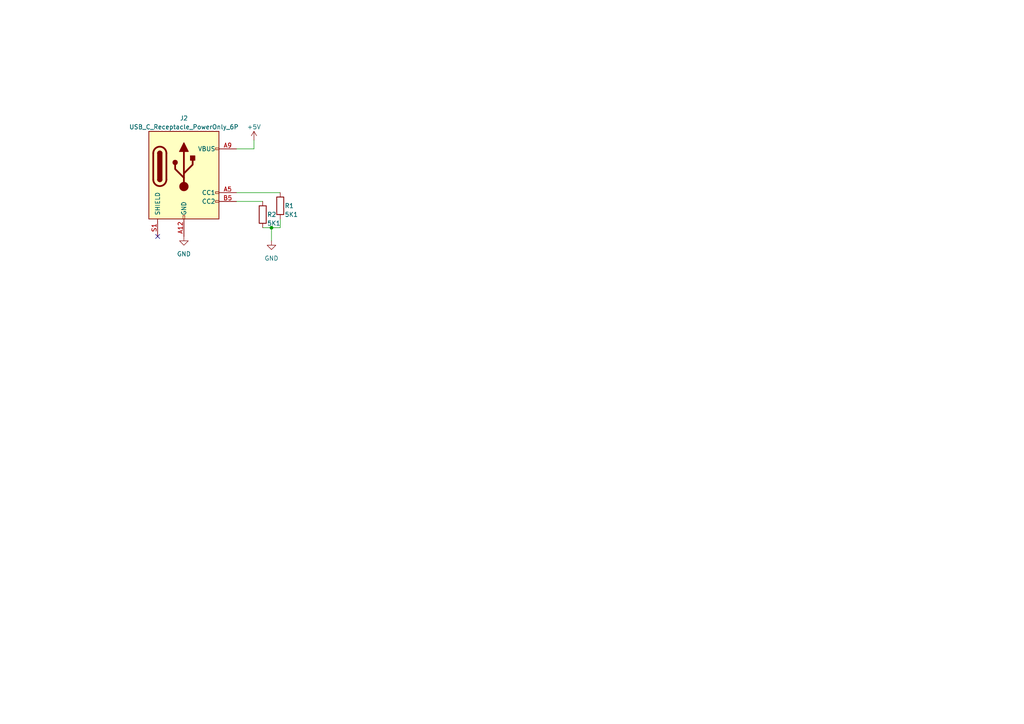
<source format=kicad_sch>
(kicad_sch (version 20230121) (generator eeschema)
  (paper "A4")
  (lib_symbols
    (symbol "Connector:USB_C_Receptacle_PowerOnly_6P" (pin_names (offset 1.016))
      (property "Reference" "J" (at 0 16.51 0))
      (property "Value" "USB_C_Receptacle_PowerOnly_6P" (at 0 13.97 0))
      (symbol "USB_C_Receptacle_PowerOnly_6P_0_0"
        (rectangle (start -0.254 -12.7) (end 0.254 -11.684))
        (rectangle (start 10.16 -7.366) (end 9.144 -7.874))
        (rectangle (start 10.16 -4.826) (end 9.144 -5.334))
        (rectangle (start 10.16 7.874) (end 9.144 7.366))
      )
      (symbol "USB_C_Receptacle_PowerOnly_6P_0_1"
        (rectangle (start -10.16 12.7) (end 10.16 -12.7) (stroke (width 0.254)) (fill (type background)))
        (arc (start -8.89 -1.27) (mid -6.985 -3.1667) (end -5.08 -1.27) (stroke (width 0.508)))
        (arc (start -7.62 -1.27) (mid -6.985 -1.9023) (end -6.35 -1.27) (stroke (width 0.254)))
        (arc (start -7.62 -1.27) (mid -6.985 -1.9023) (end -6.35 -1.27) (stroke (width 0.254)) (fill (type outline)))
        (rectangle (start -7.62 -1.27) (end -6.35 6.35) (stroke (width 0.254)) (fill (type outline)))
        (arc (start -6.35 6.35) (mid -6.985 6.9823) (end -7.62 6.35) (stroke (width 0.254)))
        (arc (start -6.35 6.35) (mid -6.985 6.9823) (end -7.62 6.35) (stroke (width 0.254)) (fill (type outline)))
        (arc (start -5.08 6.35) (mid -6.985 8.2467) (end -8.89 6.35) (stroke (width 0.508)))
        (circle (center -2.54 3.683) (radius 0.635) (stroke (width 0.254)) (fill (type outline)))
        (circle (center 0 -3.302) (radius 1.27) (fill (type outline)))
        (polyline (pts (xy -8.89 -1.27) (xy -8.89 6.35)) (stroke (width 0.508)))
        (polyline (pts (xy -5.08 6.35) (xy -5.08 -1.27)) (stroke (width 0.508)))
        (polyline (pts (xy 0 -3.302) (xy 0 6.858)) (stroke (width 0.508)))
        (polyline (pts (xy 0 -0.762) (xy -2.54 1.778) (xy -2.54 3.048)) (stroke (width 0.508)))
        (polyline (pts (xy 0 0.508) (xy 2.54 3.048) (xy 2.54 4.318)) (stroke (width 0.508)))
        (polyline (pts (xy -1.27 6.858) (xy 0 9.398) (xy 1.27 6.858) (xy -1.27 6.858)) (stroke (width 0.254)) (fill (type outline)))
        (rectangle (start 1.905 4.318) (end 3.175 5.588) (stroke (width 0.254)) (fill (type outline)))
      )
      (symbol "USB_C_Receptacle_PowerOnly_6P_1_1"
        (pin passive line (at 0 -17.78 90) (length 5.08) (name "GND") (number "A12"))
        (pin bidirectional line (at 15.24 -5.08 180) (length 5.08) (name "CC1") (number "A5"))
        (pin passive line (at 15.24 7.62 180) (length 5.08) (name "VBUS") (number "A9"))
        (pin passive line (at 0 -17.78 90) (length 5.08) hide (name "GND") (number "B12"))
        (pin bidirectional line (at 15.24 -7.62 180) (length 5.08) (name "CC2") (number "B5"))
        (pin passive line (at 15.24 7.62 180) (length 5.08) hide (name "VBUS") (number "B9"))
        (pin passive line (at -7.62 -17.78 90) (length 5.08) (name "SHIELD") (number "S1"))
      )
    )
    (symbol "Device:R" (pin_numbers hide) (pin_names (offset 0))
      (property "Reference" "R" (at 2.032 0 90))
      (property "Value" "R" (at 0 0 90))
      (symbol "R_0_1"
        (rectangle (start -1.016 -2.54) (end 1.016 2.54) (stroke (width 0.254)))
      )
      (symbol "R_1_1"
        (pin passive line (at 0 3.81 270) (length 1.27) (name "~") (number "1"))
        (pin passive line (at 0 -3.81 90) (length 1.27) (name "~") (number "2"))
      )
    )
    (symbol "power:+5V" (power) (pin_names (offset 0))
      (property "Value" "+5V" (at 0 3.556 0))
      (symbol "+5V_0_1"
        (polyline (pts (xy -0.762 1.27) (xy 0 2.54)))
        (polyline (pts (xy 0 0) (xy 0 2.54)))
        (polyline (pts (xy 0 2.54) (xy 0.762 1.27)))
      )
      (symbol "+5V_1_1"
        (pin power_in line (at 0 0 90) (length 0) hide (name "+5V") (number "1"))
      )
    )
    (symbol "power:GND" (power) (pin_names (offset 0))
      (property "Value" "GND" (at 0 -3.81 0))
      (symbol "GND_0_1"
        (polyline (pts (xy 0 0) (xy 0 -1.27) (xy 1.27 -1.27) (xy 0 -2.54) (xy -1.27 -1.27) (xy 0 -1.27)))
      )
      (symbol "GND_1_1"
        (pin power_in line (at 0 0 270) (length 0) hide (name "GND") (number "1"))
      )
    )
  )
  (junction (at 78.74 66.04))
  (no_connect (at 45.72 68.58))
  (wire (pts (xy 76.2 66.04) (xy 78.74 66.04)))
  (wire (pts (xy 78.74 66.04) (xy 78.74 69.85)))
  (wire (pts (xy 81.28 63.5) (xy 81.28 66.04)))
  (wire (pts (xy 73.66 43.18) (xy 73.66 40.64)))
  (wire (pts (xy 68.58 58.42) (xy 76.2 58.42)))
  (wire (pts (xy 68.58 43.18) (xy 73.66 43.18)))
  (wire (pts (xy 81.28 66.04) (xy 78.74 66.04)))
  (wire (pts (xy 68.58 55.88) (xy 81.28 55.88)))
  (symbol (lib_id "power:GND") (at 78.74 69.85 0) (unit 1)
    (property "Reference" "#PWR025" (effects hide))
    (property "Value" "GND" (at 78.74 74.93 0))
  )
  (symbol (lib_id "Connector:USB_C_Receptacle_PowerOnly_6P") (at 53.34 50.8 0) (unit 1)
    (property "Reference" "J2" (at 53.34 34.29 0))
    (property "Value" "USB_C_Receptacle_PowerOnly_6P" (at 53.34 36.83 0))
    (property "Datasheet" "https://www.usb.org/sites/default/files/documents/usb_type-c.zip" (effects hide))
  )
  (symbol (lib_id "power:GND") (at 53.34 68.58 0) (unit 1)
    (property "Reference" "#PWR024" (effects hide))
    (property "Value" "GND" (at 53.34 73.66 0))
  )
  (symbol (lib_id "Device:R") (at 81.28 59.69 0) (unit 1)
    (property "Reference" "R1" (at 82.55 59.69 0) (effects (justify left)))
    (property "Value" "5K1" (at 82.55 62.23 0) (effects (justify left)))
    (property "Footprint" "Resistor_SMD:R_1206_3216Metric" (effects hide))
  )
  (symbol (lib_id "power:+5V") (at 73.66 40.64 0) (unit 1)
    (property "Reference" "#PWR026" (effects hide))
    (property "Value" "+5V" (at 73.66 36.83 0))
  )
  (symbol (lib_id "Device:R") (at 76.2 62.23 0) (unit 1)
    (property "Reference" "R2" (at 77.47 62.23 0) (effects (justify left)))
    (property "Value" "5K1" (at 77.47 64.77 0) (effects (justify left)))
    (property "Footprint" "Resistor_SMD:R_1206_3216Metric" (effects hide))
  )
)
</source>
